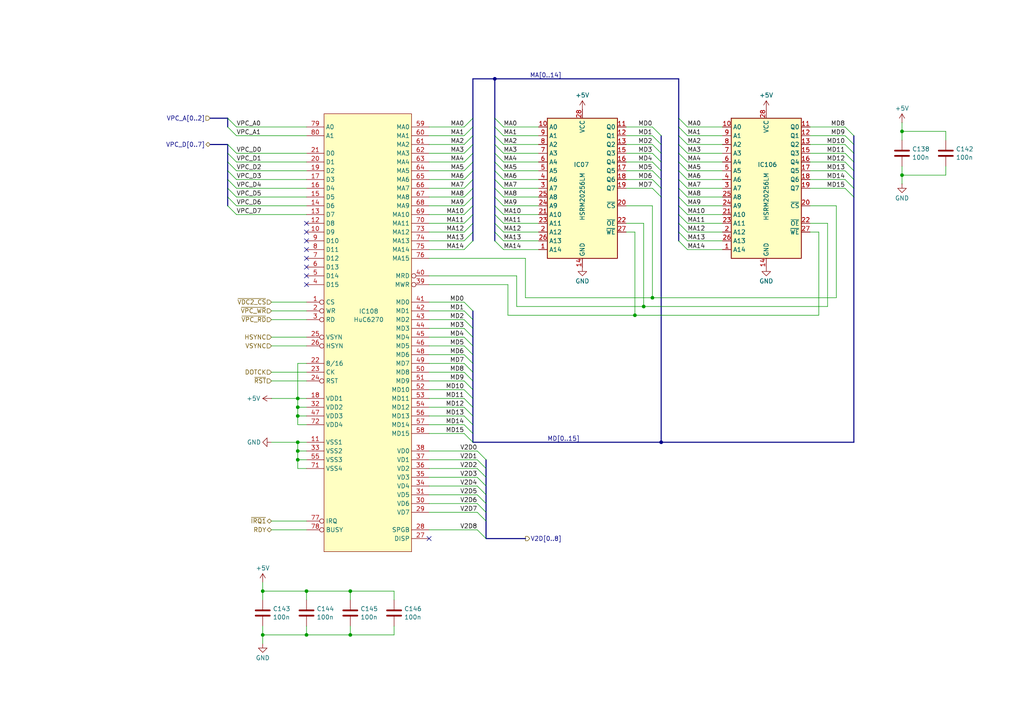
<source format=kicad_sch>
(kicad_sch (version 20231120) (generator "eeschema") (generator_version "8.0")
  (paper "A4")
  (title_block (title "PC-Engine SuperGrafx Schematics") (date "2024-04-18") (rev "0.1") (company "Author: Regis Galland") (comment 1 "Reversed Engineered Schematics from actual PCB"))
  (lib_symbols
    (symbol "Device:C" (pin_numbers hide) (pin_names (offset 0.254))
      (property "Reference" "C" (at 0.635 2.54 0))
      (property "Value" "C" (at 0.635 -2.54 0))
      (symbol "C_0_1"
        (polyline (pts (xy -2.032 -0.762) (xy 2.032 -0.762)) (stroke (width 0.508)))
        (polyline (pts (xy -2.032 0.762) (xy 2.032 0.762)) (stroke (width 0.508)))
      )
      (symbol "C_1_1"
        (pin passive line (at 0 3.81 270) (length 2.794) (name "~") (number "1"))
        (pin passive line (at 0 -3.81 90) (length 2.794) (name "~") (number "2"))
      )
    )
    (symbol "SuperGrafx:HSRM20256LM"
      (property "Reference" "U1" (at 2.1941 24.4645 0))
      (property "Value" "HSRM20256LM" (at 2.1941 22.0402 0))
      (symbol "HSRM20256LM_0_0"
        (pin power_in line (at 0 -22.86 90) (length 2.54) (name "GND") (number "14"))
        (pin power_in line (at 0 22.86 270) (length 2.54) (name "VCC") (number "28"))
      )
      (symbol "HSRM20256LM_0_1"
        (rectangle (start -10.16 20.32) (end 10.16 -20.32) (stroke (width 0.254)) (fill (type background)))
      )
      (symbol "HSRM20256LM_1_1"
        (pin input line (at -12.7 -17.78 0) (length 2.54) (name "A14") (number "1"))
        (pin input line (at -12.7 17.78 0) (length 2.54) (name "A0") (number "10"))
        (pin tri_state line (at 12.7 17.78 180) (length 2.54) (name "Q0") (number "11"))
        (pin tri_state line (at 12.7 15.24 180) (length 2.54) (name "Q1") (number "12"))
        (pin tri_state line (at 12.7 12.7 180) (length 2.54) (name "Q2") (number "13"))
        (pin tri_state line (at 12.7 10.16 180) (length 2.54) (name "Q3") (number "15"))
        (pin tri_state line (at 12.7 7.62 180) (length 2.54) (name "Q4") (number "16"))
        (pin tri_state line (at 12.7 5.08 180) (length 2.54) (name "Q5") (number "17"))
        (pin tri_state line (at 12.7 2.54 180) (length 2.54) (name "Q6") (number "18"))
        (pin tri_state line (at 12.7 0 180) (length 2.54) (name "Q7") (number "19"))
        (pin input line (at -12.7 -12.7 0) (length 2.54) (name "A12") (number "2"))
        (pin input line (at 12.7 -5.08 180) (length 2.54) (name "~{CS}") (number "20"))
        (pin input line (at -12.7 -7.62 0) (length 2.54) (name "A10") (number "21"))
        (pin input line (at 12.7 -10.16 180) (length 2.54) (name "~{OE}") (number "22"))
        (pin input line (at -12.7 -10.16 0) (length 2.54) (name "A11") (number "23"))
        (pin input line (at -12.7 -5.08 0) (length 2.54) (name "A9") (number "24"))
        (pin input line (at -12.7 -2.54 0) (length 2.54) (name "A8") (number "25"))
        (pin input line (at -12.7 -15.24 0) (length 2.54) (name "A13") (number "26"))
        (pin input line (at 12.7 -12.7 180) (length 2.54) (name "~{WE}") (number "27"))
        (pin input line (at -12.7 0 0) (length 2.54) (name "A7") (number "3"))
        (pin input line (at -12.7 2.54 0) (length 2.54) (name "A6") (number "4"))
        (pin input line (at -12.7 5.08 0) (length 2.54) (name "A5") (number "5"))
        (pin input line (at -12.7 7.62 0) (length 2.54) (name "A4") (number "6"))
        (pin input line (at -12.7 10.16 0) (length 2.54) (name "A3") (number "7"))
        (pin input line (at -12.7 12.7 0) (length 2.54) (name "A2") (number "8"))
        (pin input line (at -12.7 15.24 0) (length 2.54) (name "A1") (number "9"))
      )
    )
    (symbol "SuperGrafx:HuC6270"
      (property "Reference" "IC" (at 0 62.23 0))
      (property "Value" "HuC6270" (at 0 7.62 0))
      (symbol "HuC6270_1_1"
        (rectangle (start -12.7 59.69) (end 12.7 -67.31) (fill (type background)))
        (pin input inverted (at -17.78 5.08 0) (length 5.08) (name "CS") (number "1"))
        (pin bidirectional line (at -17.78 25.4 0) (length 5.08) (name "D9") (number "10"))
        (pin input line (at -17.78 -35.56 0) (length 5.08) (name "VSS1") (number "11"))
        (pin bidirectional line (at -17.78 27.94 0) (length 5.08) (name "D8") (number "12"))
        (pin bidirectional line (at -17.78 30.48 0) (length 5.08) (name "D7") (number "13"))
        (pin bidirectional line (at -17.78 33.02 0) (length 5.08) (name "D6") (number "14"))
        (pin bidirectional line (at -17.78 35.56 0) (length 5.08) (name "D5") (number "15"))
        (pin bidirectional line (at -17.78 38.1 0) (length 5.08) (name "D4") (number "16"))
        (pin bidirectional line (at -17.78 40.64 0) (length 5.08) (name "D3") (number "17"))
        (pin power_in line (at -17.78 -22.86 0) (length 5.08) (name "VDD1") (number "18"))
        (pin bidirectional line (at -17.78 43.18 0) (length 5.08) (name "D2") (number "19"))
        (pin input inverted (at -17.78 2.54 0) (length 5.08) (name "WR") (number "2"))
        (pin bidirectional line (at -17.78 45.72 0) (length 5.08) (name "D1") (number "20"))
        (pin bidirectional line (at -17.78 48.26 0) (length 5.08) (name "D0") (number "21"))
        (pin input line (at -17.78 -12.7 0) (length 5.08) (name "8/16") (number "22"))
        (pin input line (at -17.78 -15.24 0) (length 5.08) (name "CK") (number "23"))
        (pin input inverted (at -17.78 -17.78 0) (length 5.08) (name "RST") (number "24"))
        (pin input inverted (at -17.78 -5.08 0) (length 5.08) (name "VSYN") (number "25"))
        (pin input inverted (at -17.78 -7.62 0) (length 5.08) (name "HSYN") (number "26"))
        (pin output line (at 17.78 -63.5 180) (length 5.08) (name "DISP") (number "27"))
        (pin output line (at 17.78 -60.96 180) (length 5.08) (name "SPGB") (number "28"))
        (pin bidirectional line (at 17.78 -55.88 180) (length 5.08) (name "VD7") (number "29"))
        (pin input inverted (at -17.78 0 0) (length 5.08) (name "RD") (number "3"))
        (pin bidirectional line (at 17.78 -53.34 180) (length 5.08) (name "VD6") (number "30"))
        (pin bidirectional line (at 17.78 -50.8 180) (length 5.08) (name "VD5") (number "31"))
        (pin power_in line (at -17.78 -25.4 0) (length 5.08) (name "VDD2") (number "32"))
        (pin input line (at -17.78 -38.1 0) (length 5.08) (name "VSS2") (number "33"))
        (pin bidirectional line (at 17.78 -48.26 180) (length 5.08) (name "VD4") (number "34"))
        (pin bidirectional line (at 17.78 -45.72 180) (length 5.08) (name "VD3") (number "35"))
        (pin bidirectional line (at 17.78 -43.18 180) (length 5.08) (name "VD2") (number "36"))
        (pin bidirectional line (at 17.78 -40.64 180) (length 5.08) (name "VD1") (number "37"))
        (pin bidirectional line (at 17.78 -38.1 180) (length 5.08) (name "VD0") (number "38"))
        (pin output inverted (at 17.78 10.16 180) (length 5.08) (name "MWR") (number "39"))
        (pin bidirectional line (at -17.78 10.16 0) (length 5.08) (name "D15") (number "4"))
        (pin output inverted (at 17.78 12.7 180) (length 5.08) (name "MRD") (number "40"))
        (pin bidirectional line (at 17.78 5.08 180) (length 5.08) (name "MD0") (number "41"))
        (pin bidirectional line (at 17.78 2.54 180) (length 5.08) (name "MD1") (number "42"))
        (pin bidirectional line (at 17.78 0 180) (length 5.08) (name "MD2") (number "43"))
        (pin bidirectional line (at 17.78 -2.54 180) (length 5.08) (name "MD3") (number "44"))
        (pin bidirectional line (at 17.78 -5.08 180) (length 5.08) (name "MD4") (number "45"))
        (pin bidirectional line (at 17.78 -7.62 180) (length 5.08) (name "MD5") (number "46"))
        (pin power_in line (at -17.78 -27.94 0) (length 5.08) (name "VDD3") (number "47"))
        (pin bidirectional line (at 17.78 -10.16 180) (length 5.08) (name "MD6") (number "48"))
        (pin bidirectional line (at 17.78 -12.7 180) (length 5.08) (name "MD7") (number "49"))
        (pin bidirectional line (at -17.78 12.7 0) (length 5.08) (name "D14") (number "5"))
        (pin bidirectional line (at 17.78 -15.24 180) (length 5.08) (name "MD8") (number "50"))
        (pin bidirectional line (at 17.78 -17.78 180) (length 5.08) (name "MD9") (number "51"))
        (pin bidirectional line (at 17.78 -20.32 180) (length 5.08) (name "MD10") (number "52"))
        (pin bidirectional line (at 17.78 -22.86 180) (length 5.08) (name "MD11") (number "53"))
        (pin bidirectional line (at 17.78 -25.4 180) (length 5.08) (name "MD12") (number "54"))
        (pin input line (at -17.78 -40.64 0) (length 5.08) (name "VSS3") (number "55"))
        (pin bidirectional line (at 17.78 -27.94 180) (length 5.08) (name "MD13") (number "56"))
        (pin bidirectional line (at 17.78 -30.48 180) (length 5.08) (name "MD14") (number "57"))
        (pin bidirectional line (at 17.78 -33.02 180) (length 5.08) (name "MD15") (number "58"))
        (pin output line (at 17.78 55.88 180) (length 5.08) (name "MA0") (number "59"))
        (pin bidirectional line (at -17.78 15.24 0) (length 5.08) (name "D13") (number "6"))
        (pin output line (at 17.78 53.34 180) (length 5.08) (name "MA1") (number "60"))
        (pin output line (at 17.78 50.8 180) (length 5.08) (name "MA2") (number "61"))
        (pin output line (at 17.78 48.26 180) (length 5.08) (name "MA3") (number "62"))
        (pin output line (at 17.78 45.72 180) (length 5.08) (name "MA4") (number "63"))
        (pin output line (at 17.78 43.18 180) (length 5.08) (name "MA5") (number "64"))
        (pin output line (at 17.78 40.64 180) (length 5.08) (name "MA6") (number "65"))
        (pin output line (at 17.78 38.1 180) (length 5.08) (name "MA7") (number "66"))
        (pin output line (at 17.78 35.56 180) (length 5.08) (name "MA8") (number "67"))
        (pin output line (at 17.78 33.02 180) (length 5.08) (name "MA9") (number "68"))
        (pin output line (at 17.78 30.48 180) (length 5.08) (name "MA10") (number "69"))
        (pin bidirectional line (at -17.78 17.78 0) (length 5.08) (name "D12") (number "7"))
        (pin output line (at 17.78 27.94 180) (length 5.08) (name "MA11") (number "70"))
        (pin input line (at -17.78 -43.18 0) (length 5.08) (name "VSS4") (number "71"))
        (pin power_in line (at -17.78 -30.48 0) (length 5.08) (name "VDD4") (number "72"))
        (pin output line (at 17.78 25.4 180) (length 5.08) (name "MA12") (number "73"))
        (pin output line (at 17.78 22.86 180) (length 5.08) (name "MA13") (number "74"))
        (pin output line (at 17.78 20.32 180) (length 5.08) (name "MA14") (number "75"))
        (pin output line (at 17.78 17.78 180) (length 5.08) (name "MA15") (number "76"))
        (pin input inverted (at -17.78 -58.42 0) (length 5.08) (name "IRQ") (number "77"))
        (pin input inverted (at -17.78 -60.96 0) (length 5.08) (name "BUSY") (number "78"))
        (pin input line (at -17.78 55.88 0) (length 5.08) (name "A0") (number "79"))
        (pin bidirectional line (at -17.78 20.32 0) (length 5.08) (name "D11") (number "8"))
        (pin input line (at -17.78 53.34 0) (length 5.08) (name "A1") (number "80"))
        (pin bidirectional line (at -17.78 22.86 0) (length 5.08) (name "D10") (number "9"))
      )
    )
    (symbol "power:+5V" (power) (pin_numbers hide) (pin_names (offset 0) hide)
      (property "Value" "+5V" (at 0 3.556 0))
      (symbol "+5V_0_1"
        (polyline (pts (xy -0.762 1.27) (xy 0 2.54)))
        (polyline (pts (xy 0 0) (xy 0 2.54)))
        (polyline (pts (xy 0 2.54) (xy 0.762 1.27)))
      )
      (symbol "+5V_1_1"
        (pin power_in line (at 0 0 90) (length 0) (name "~") (number "1"))
      )
    )
    (symbol "power:GND" (power) (pin_numbers hide) (pin_names (offset 0) hide)
      (property "Value" "GND" (at 0 -3.81 0))
      (symbol "GND_0_1"
        (polyline (pts (xy 0 0) (xy 0 -1.27) (xy 1.27 -1.27) (xy 0 -2.54) (xy -1.27 -1.27) (xy 0 -1.27)))
      )
      (symbol "GND_1_1"
        (pin power_in line (at 0 0 270) (length 0) (name "~") (number "1"))
      )
    )
  )
  (junction (at 184.15 91.44))
  (junction (at 86.36 130.81))
  (junction (at 101.6 171.45))
  (junction (at 88.9 184.15))
  (junction (at 88.9 171.45))
  (junction (at 86.36 120.65))
  (junction (at 186.69 88.9))
  (junction (at 143.51 22.86))
  (junction (at 86.36 115.57))
  (junction (at 101.6 184.15))
  (junction (at 261.62 50.8))
  (junction (at 76.2 171.45))
  (junction (at 76.2 184.15))
  (junction (at 261.62 38.1))
  (junction (at 189.23 86.36))
  (junction (at 86.36 118.11))
  (junction (at 86.36 133.35))
  (junction (at 86.36 128.27))
  (junction (at 191.77 128.27))
  (no_connect (at 88.9 64.77))
  (no_connect (at 88.9 80.01))
  (no_connect (at 88.9 69.85))
  (no_connect (at 124.46 156.21))
  (no_connect (at 88.9 77.47))
  (no_connect (at 88.9 67.31))
  (no_connect (at 88.9 74.93))
  (no_connect (at 88.9 72.39))
  (no_connect (at 88.9 82.55))
  (bus_entry (at 134.62 102.87) (size 2.54 2.54))
  (bus_entry (at 199.39 59.69) (size -2.54 -2.54))
  (bus_entry (at 66.04 54.61) (size 2.54 2.54))
  (bus_entry (at 134.62 123.19) (size 2.54 2.54))
  (bus_entry (at 199.39 41.91) (size -2.54 -2.54))
  (bus_entry (at 199.39 44.45) (size -2.54 -2.54))
  (bus_entry (at 140.97 135.89) (size -2.54 -2.54))
  (bus_entry (at 134.62 49.53) (size 2.54 -2.54))
  (bus_entry (at 134.62 54.61) (size 2.54 -2.54))
  (bus_entry (at 134.62 57.15) (size 2.54 -2.54))
  (bus_entry (at 245.11 44.45) (size 2.54 2.54))
  (bus_entry (at 140.97 140.97) (size -2.54 -2.54))
  (bus_entry (at 189.23 52.07) (size 2.54 2.54))
  (bus_entry (at 66.04 57.15) (size 2.54 2.54))
  (bus_entry (at 68.58 39.37) (size -2.54 -2.54))
  (bus_entry (at 199.39 69.85) (size -2.54 -2.54))
  (bus_entry (at 146.05 52.07) (size -2.54 -2.54))
  (bus_entry (at 134.62 46.99) (size 2.54 -2.54))
  (bus_entry (at 140.97 138.43) (size -2.54 -2.54))
  (bus_entry (at 134.62 105.41) (size 2.54 2.54))
  (bus_entry (at 146.05 49.53) (size -2.54 -2.54))
  (bus_entry (at 189.23 41.91) (size 2.54 2.54))
  (bus_entry (at 146.05 44.45) (size -2.54 -2.54))
  (bus_entry (at 134.62 44.45) (size 2.54 -2.54))
  (bus_entry (at 134.62 69.85) (size 2.54 -2.54))
  (bus_entry (at 245.11 41.91) (size 2.54 2.54))
  (bus_entry (at 134.62 41.91) (size 2.54 -2.54))
  (bus_entry (at 199.39 52.07) (size -2.54 -2.54))
  (bus_entry (at 134.62 36.83) (size 2.54 -2.54))
  (bus_entry (at 189.23 36.83) (size 2.54 2.54))
  (bus_entry (at 189.23 39.37) (size 2.54 2.54))
  (bus_entry (at 134.62 115.57) (size 2.54 2.54))
  (bus_entry (at 146.05 59.69) (size -2.54 -2.54))
  (bus_entry (at 134.62 92.71) (size 2.54 2.54))
  (bus_entry (at 189.23 44.45) (size 2.54 2.54))
  (bus_entry (at 146.05 62.23) (size -2.54 -2.54))
  (bus_entry (at 134.62 64.77) (size 2.54 -2.54))
  (bus_entry (at 199.39 57.15) (size -2.54 -2.54))
  (bus_entry (at 134.62 110.49) (size 2.54 2.54))
  (bus_entry (at 134.62 59.69) (size 2.54 -2.54))
  (bus_entry (at 140.97 148.59) (size -2.54 -2.54))
  (bus_entry (at 66.04 52.07) (size 2.54 2.54))
  (bus_entry (at 245.11 54.61) (size 2.54 2.54))
  (bus_entry (at 146.05 69.85) (size -2.54 -2.54))
  (bus_entry (at 199.39 62.23) (size -2.54 -2.54))
  (bus_entry (at 245.11 39.37) (size 2.54 2.54))
  (bus_entry (at 199.39 49.53) (size -2.54 -2.54))
  (bus_entry (at 140.97 133.35) (size -2.54 -2.54))
  (bus_entry (at 66.04 44.45) (size 2.54 2.54))
  (bus_entry (at 134.62 62.23) (size 2.54 -2.54))
  (bus_entry (at 189.23 46.99) (size 2.54 2.54))
  (bus_entry (at 134.62 113.03) (size 2.54 2.54))
  (bus_entry (at 134.62 95.25) (size 2.54 2.54))
  (bus_entry (at 134.62 72.39) (size 2.54 -2.54))
  (bus_entry (at 199.39 67.31) (size -2.54 -2.54))
  (bus_entry (at 199.39 72.39) (size -2.54 -2.54))
  (bus_entry (at 134.62 90.17) (size 2.54 2.54))
  (bus_entry (at 245.11 36.83) (size 2.54 2.54))
  (bus_entry (at 140.97 143.51) (size -2.54 -2.54))
  (bus_entry (at 140.97 156.21) (size -2.54 -2.54))
  (bus_entry (at 140.97 146.05) (size -2.54 -2.54))
  (bus_entry (at 146.05 64.77) (size -2.54 -2.54))
  (bus_entry (at 245.11 52.07) (size 2.54 2.54))
  (bus_entry (at 134.62 87.63) (size 2.54 2.54))
  (bus_entry (at 134.62 39.37) (size 2.54 -2.54))
  (bus_entry (at 189.23 49.53) (size 2.54 2.54))
  (bus_entry (at 199.39 64.77) (size -2.54 -2.54))
  (bus_entry (at 199.39 36.83) (size -2.54 -2.54))
  (bus_entry (at 134.62 118.11) (size 2.54 2.54))
  (bus_entry (at 134.62 107.95) (size 2.54 2.54))
  (bus_entry (at 146.05 39.37) (size -2.54 -2.54))
  (bus_entry (at 189.23 54.61) (size 2.54 2.54))
  (bus_entry (at 134.62 52.07) (size 2.54 -2.54))
  (bus_entry (at 199.39 46.99) (size -2.54 -2.54))
  (bus_entry (at 199.39 39.37) (size -2.54 -2.54))
  (bus_entry (at 66.04 59.69) (size 2.54 2.54))
  (bus_entry (at 134.62 120.65) (size 2.54 2.54))
  (bus_entry (at 245.11 49.53) (size 2.54 2.54))
  (bus_entry (at 140.97 151.13) (size -2.54 -2.54))
  (bus_entry (at 146.05 72.39) (size -2.54 -2.54))
  (bus_entry (at 146.05 57.15) (size -2.54 -2.54))
  (bus_entry (at 199.39 54.61) (size -2.54 -2.54))
  (bus_entry (at 134.62 97.79) (size 2.54 2.54))
  (bus_entry (at 66.04 49.53) (size 2.54 2.54))
  (bus_entry (at 245.11 46.99) (size 2.54 2.54))
  (bus_entry (at 146.05 46.99) (size -2.54 -2.54))
  (bus_entry (at 146.05 36.83) (size -2.54 -2.54))
  (bus_entry (at 134.62 67.31) (size 2.54 -2.54))
  (bus_entry (at 66.04 46.99) (size 2.54 2.54))
  (bus_entry (at 134.62 125.73) (size 2.54 2.54))
  (bus_entry (at 66.04 41.91) (size 2.54 2.54))
  (bus_entry (at 146.05 41.91) (size -2.54 -2.54))
  (bus_entry (at 68.58 36.83) (size -2.54 -2.54))
  (bus_entry (at 134.62 100.33) (size 2.54 2.54))
  (bus_entry (at 146.05 67.31) (size -2.54 -2.54))
  (bus_entry (at 146.05 54.61) (size -2.54 -2.54))
  (wire (pts (xy 134.62 59.69) (xy 124.46 59.69)))
  (bus (pts (xy 60.96 34.29) (xy 66.04 34.29)))
  (wire (pts (xy 199.39 49.53) (xy 209.55 49.53)))
  (wire (pts (xy 134.62 72.39) (xy 124.46 72.39)))
  (wire (pts (xy 68.58 46.99) (xy 88.9 46.99)))
  (bus (pts (xy 137.16 115.57) (xy 137.16 118.11)))
  (bus (pts (xy 137.16 95.25) (xy 137.16 97.79)))
  (wire (pts (xy 76.2 171.45) (xy 76.2 173.99)))
  (bus (pts (xy 137.16 118.11) (xy 137.16 120.65)))
  (wire (pts (xy 146.05 44.45) (xy 156.21 44.45)))
  (wire (pts (xy 78.74 90.17) (xy 88.9 90.17)))
  (wire (pts (xy 78.74 151.13) (xy 88.9 151.13)))
  (bus (pts (xy 143.51 41.91) (xy 143.51 44.45)))
  (bus (pts (xy 137.16 90.17) (xy 137.16 92.71)))
  (wire (pts (xy 76.2 171.45) (xy 88.9 171.45)))
  (bus (pts (xy 143.51 46.99) (xy 143.51 49.53)))
  (wire (pts (xy 88.9 118.11) (xy 86.36 118.11)))
  (wire (pts (xy 147.32 91.44) (xy 184.15 91.44)))
  (wire (pts (xy 124.46 153.67) (xy 138.43 153.67)))
  (wire (pts (xy 68.58 59.69) (xy 88.9 59.69)))
  (wire (pts (xy 149.86 80.01) (xy 149.86 88.9)))
  (wire (pts (xy 88.9 123.19) (xy 86.36 123.19)))
  (bus (pts (xy 196.85 34.29) (xy 196.85 36.83)))
  (wire (pts (xy 261.62 35.56) (xy 261.62 38.1)))
  (wire (pts (xy 134.62 67.31) (xy 124.46 67.31)))
  (wire (pts (xy 134.62 87.63) (xy 124.46 87.63)))
  (wire (pts (xy 146.05 36.83) (xy 156.21 36.83)))
  (wire (pts (xy 86.36 105.41) (xy 86.36 115.57)))
  (bus (pts (xy 66.04 36.83) (xy 66.04 34.29)))
  (wire (pts (xy 101.6 171.45) (xy 101.6 173.99)))
  (bus (pts (xy 137.16 123.19) (xy 137.16 125.73)))
  (wire (pts (xy 86.36 128.27) (xy 78.74 128.27)))
  (bus (pts (xy 143.51 67.31) (xy 143.51 69.85)))
  (wire (pts (xy 234.95 64.77) (xy 240.03 64.77)))
  (bus (pts (xy 140.97 146.05) (xy 140.97 148.59)))
  (wire (pts (xy 86.36 130.81) (xy 86.36 128.27)))
  (bus (pts (xy 66.04 46.99) (xy 66.04 44.45)))
  (bus (pts (xy 191.77 44.45) (xy 191.77 46.99)))
  (bus (pts (xy 137.16 107.95) (xy 137.16 110.49)))
  (bus (pts (xy 137.16 105.41) (xy 137.16 107.95)))
  (wire (pts (xy 245.11 49.53) (xy 234.95 49.53)))
  (wire (pts (xy 261.62 50.8) (xy 274.32 50.8)))
  (wire (pts (xy 189.23 52.07) (xy 181.61 52.07)))
  (wire (pts (xy 189.23 59.69) (xy 181.61 59.69)))
  (wire (pts (xy 138.43 130.81) (xy 124.46 130.81)))
  (bus (pts (xy 247.65 49.53) (xy 247.65 52.07)))
  (wire (pts (xy 78.74 153.67) (xy 88.9 153.67)))
  (wire (pts (xy 184.15 67.31) (xy 181.61 67.31)))
  (bus (pts (xy 143.51 59.69) (xy 143.51 62.23)))
  (wire (pts (xy 245.11 41.91) (xy 234.95 41.91)))
  (wire (pts (xy 186.69 88.9) (xy 186.69 64.77)))
  (bus (pts (xy 140.97 143.51) (xy 140.97 146.05)))
  (wire (pts (xy 134.62 39.37) (xy 124.46 39.37)))
  (wire (pts (xy 199.39 39.37) (xy 209.55 39.37)))
  (bus (pts (xy 137.16 110.49) (xy 137.16 113.03)))
  (wire (pts (xy 134.62 118.11) (xy 124.46 118.11)))
  (wire (pts (xy 138.43 143.51) (xy 124.46 143.51)))
  (bus (pts (xy 247.65 44.45) (xy 247.65 46.99)))
  (wire (pts (xy 88.9 128.27) (xy 86.36 128.27)))
  (wire (pts (xy 146.05 46.99) (xy 156.21 46.99)))
  (bus (pts (xy 140.97 140.97) (xy 140.97 143.51)))
  (bus (pts (xy 137.16 97.79) (xy 137.16 100.33)))
  (bus (pts (xy 137.16 69.85) (xy 137.16 67.31)))
  (bus (pts (xy 196.85 39.37) (xy 196.85 41.91)))
  (bus (pts (xy 143.51 22.86) (xy 196.85 22.86)))
  (wire (pts (xy 184.15 91.44) (xy 184.15 67.31)))
  (wire (pts (xy 134.62 62.23) (xy 124.46 62.23)))
  (bus (pts (xy 196.85 22.86) (xy 196.85 34.29)))
  (wire (pts (xy 149.86 88.9) (xy 186.69 88.9)))
  (wire (pts (xy 199.39 54.61) (xy 209.55 54.61)))
  (wire (pts (xy 199.39 62.23) (xy 209.55 62.23)))
  (wire (pts (xy 86.36 123.19) (xy 86.36 120.65)))
  (wire (pts (xy 237.49 67.31) (xy 234.95 67.31)))
  (bus (pts (xy 140.97 138.43) (xy 140.97 140.97)))
  (wire (pts (xy 186.69 64.77) (xy 181.61 64.77)))
  (bus (pts (xy 143.51 39.37) (xy 143.51 41.91)))
  (wire (pts (xy 88.9 184.15) (xy 88.9 181.61)))
  (bus (pts (xy 143.51 54.61) (xy 143.51 57.15)))
  (wire (pts (xy 199.39 57.15) (xy 209.55 57.15)))
  (wire (pts (xy 189.23 54.61) (xy 181.61 54.61)))
  (wire (pts (xy 134.62 49.53) (xy 124.46 49.53)))
  (bus (pts (xy 66.04 54.61) (xy 66.04 52.07)))
  (bus (pts (xy 191.77 39.37) (xy 191.77 41.91)))
  (wire (pts (xy 240.03 88.9) (xy 186.69 88.9)))
  (wire (pts (xy 88.9 120.65) (xy 86.36 120.65)))
  (wire (pts (xy 68.58 49.53) (xy 88.9 49.53)))
  (wire (pts (xy 146.05 62.23) (xy 156.21 62.23)))
  (bus (pts (xy 143.51 57.15) (xy 143.51 59.69)))
  (wire (pts (xy 88.9 130.81) (xy 86.36 130.81)))
  (wire (pts (xy 68.58 39.37) (xy 88.9 39.37)))
  (wire (pts (xy 189.23 46.99) (xy 181.61 46.99)))
  (bus (pts (xy 137.16 52.07) (xy 137.16 49.53)))
  (wire (pts (xy 189.23 36.83) (xy 181.61 36.83)))
  (bus (pts (xy 196.85 44.45) (xy 196.85 46.99)))
  (wire (pts (xy 114.3 184.15) (xy 114.3 181.61)))
  (wire (pts (xy 134.62 97.79) (xy 124.46 97.79)))
  (bus (pts (xy 137.16 41.91) (xy 137.16 39.37)))
  (wire (pts (xy 138.43 138.43) (xy 124.46 138.43)))
  (wire (pts (xy 274.32 50.8) (xy 274.32 48.26)))
  (bus (pts (xy 191.77 41.91) (xy 191.77 44.45)))
  (wire (pts (xy 101.6 171.45) (xy 114.3 171.45)))
  (wire (pts (xy 152.4 86.36) (xy 189.23 86.36)))
  (wire (pts (xy 199.39 36.83) (xy 209.55 36.83)))
  (bus (pts (xy 137.16 102.87) (xy 137.16 105.41)))
  (wire (pts (xy 134.62 123.19) (xy 124.46 123.19)))
  (wire (pts (xy 134.62 113.03) (xy 124.46 113.03)))
  (wire (pts (xy 234.95 59.69) (xy 242.57 59.69)))
  (wire (pts (xy 68.58 57.15) (xy 88.9 57.15)))
  (bus (pts (xy 191.77 46.99) (xy 191.77 49.53)))
  (bus (pts (xy 137.16 54.61) (xy 137.16 52.07)))
  (wire (pts (xy 261.62 40.64) (xy 261.62 38.1)))
  (wire (pts (xy 189.23 86.36) (xy 189.23 59.69)))
  (wire (pts (xy 88.9 133.35) (xy 86.36 133.35)))
  (bus (pts (xy 137.16 34.29) (xy 137.16 22.86)))
  (bus (pts (xy 137.16 36.83) (xy 137.16 34.29)))
  (bus (pts (xy 143.51 64.77) (xy 143.51 67.31)))
  (bus (pts (xy 247.65 57.15) (xy 247.65 128.27)))
  (bus (pts (xy 143.51 44.45) (xy 143.51 46.99)))
  (wire (pts (xy 78.74 92.71) (xy 88.9 92.71)))
  (wire (pts (xy 138.43 133.35) (xy 124.46 133.35)))
  (wire (pts (xy 134.62 36.83) (xy 124.46 36.83)))
  (wire (pts (xy 134.62 92.71) (xy 124.46 92.71)))
  (wire (pts (xy 245.11 54.61) (xy 234.95 54.61)))
  (wire (pts (xy 261.62 38.1) (xy 274.32 38.1)))
  (wire (pts (xy 199.39 44.45) (xy 209.55 44.45)))
  (bus (pts (xy 196.85 59.69) (xy 196.85 62.23)))
  (wire (pts (xy 134.62 120.65) (xy 124.46 120.65)))
  (wire (pts (xy 88.9 105.41) (xy 86.36 105.41)))
  (wire (pts (xy 199.39 64.77) (xy 209.55 64.77)))
  (bus (pts (xy 137.16 49.53) (xy 137.16 46.99)))
  (wire (pts (xy 146.05 67.31) (xy 156.21 67.31)))
  (wire (pts (xy 242.57 59.69) (xy 242.57 86.36)))
  (wire (pts (xy 68.58 52.07) (xy 88.9 52.07)))
  (wire (pts (xy 68.58 54.61) (xy 88.9 54.61)))
  (wire (pts (xy 134.62 64.77) (xy 124.46 64.77)))
  (wire (pts (xy 146.05 52.07) (xy 156.21 52.07)))
  (wire (pts (xy 76.2 168.91) (xy 76.2 171.45)))
  (bus (pts (xy 140.97 148.59) (xy 140.97 151.13)))
  (bus (pts (xy 137.16 59.69) (xy 137.16 57.15)))
  (bus (pts (xy 137.16 44.45) (xy 137.16 41.91)))
  (bus (pts (xy 137.16 67.31) (xy 137.16 64.77)))
  (bus (pts (xy 143.51 34.29) (xy 143.51 36.83)))
  (wire (pts (xy 146.05 72.39) (xy 156.21 72.39)))
  (wire (pts (xy 86.36 118.11) (xy 86.36 115.57)))
  (wire (pts (xy 124.46 74.93) (xy 152.4 74.93)))
  (wire (pts (xy 76.2 184.15) (xy 88.9 184.15)))
  (wire (pts (xy 274.32 38.1) (xy 274.32 40.64)))
  (wire (pts (xy 261.62 48.26) (xy 261.62 50.8)))
  (bus (pts (xy 191.77 52.07) (xy 191.77 54.61)))
  (bus (pts (xy 196.85 46.99) (xy 196.85 49.53)))
  (wire (pts (xy 134.62 69.85) (xy 124.46 69.85)))
  (wire (pts (xy 199.39 52.07) (xy 209.55 52.07)))
  (wire (pts (xy 138.43 135.89) (xy 124.46 135.89)))
  (wire (pts (xy 189.23 41.91) (xy 181.61 41.91)))
  (bus (pts (xy 247.65 52.07) (xy 247.65 54.61)))
  (bus (pts (xy 143.51 62.23) (xy 143.51 64.77)))
  (bus (pts (xy 137.16 57.15) (xy 137.16 54.61)))
  (wire (pts (xy 134.62 110.49) (xy 124.46 110.49)))
  (bus (pts (xy 196.85 41.91) (xy 196.85 44.45)))
  (wire (pts (xy 242.57 86.36) (xy 189.23 86.36)))
  (wire (pts (xy 138.43 140.97) (xy 124.46 140.97)))
  (bus (pts (xy 66.04 44.45) (xy 66.04 41.91)))
  (wire (pts (xy 189.23 44.45) (xy 181.61 44.45)))
  (bus (pts (xy 137.16 125.73) (xy 137.16 128.27)))
  (wire (pts (xy 134.62 54.61) (xy 124.46 54.61)))
  (wire (pts (xy 78.74 87.63) (xy 88.9 87.63)))
  (bus (pts (xy 196.85 64.77) (xy 196.85 67.31)))
  (bus (pts (xy 196.85 57.15) (xy 196.85 59.69)))
  (wire (pts (xy 134.62 46.99) (xy 124.46 46.99)))
  (bus (pts (xy 66.04 41.91) (xy 60.96 41.91)))
  (bus (pts (xy 137.16 113.03) (xy 137.16 115.57)))
  (bus (pts (xy 247.65 39.37) (xy 247.65 41.91)))
  (bus (pts (xy 66.04 49.53) (xy 66.04 46.99)))
  (wire (pts (xy 199.39 67.31) (xy 209.55 67.31)))
  (bus (pts (xy 191.77 128.27) (xy 247.65 128.27)))
  (bus (pts (xy 137.16 22.86) (xy 143.51 22.86)))
  (wire (pts (xy 184.15 91.44) (xy 237.49 91.44)))
  (bus (pts (xy 137.16 62.23) (xy 137.16 59.69)))
  (wire (pts (xy 124.46 82.55) (xy 147.32 82.55)))
  (wire (pts (xy 152.4 74.93) (xy 152.4 86.36)))
  (bus (pts (xy 140.97 135.89) (xy 140.97 138.43)))
  (bus (pts (xy 143.51 52.07) (xy 143.51 54.61)))
  (wire (pts (xy 68.58 36.83) (xy 88.9 36.83)))
  (wire (pts (xy 245.11 44.45) (xy 234.95 44.45)))
  (wire (pts (xy 134.62 125.73) (xy 124.46 125.73)))
  (bus (pts (xy 247.65 54.61) (xy 247.65 57.15)))
  (wire (pts (xy 146.05 69.85) (xy 156.21 69.85)))
  (wire (pts (xy 134.62 102.87) (xy 124.46 102.87)))
  (wire (pts (xy 76.2 186.69) (xy 76.2 184.15)))
  (wire (pts (xy 88.9 97.79) (xy 78.74 97.79)))
  (bus (pts (xy 143.51 22.86) (xy 143.51 34.29)))
  (wire (pts (xy 86.36 135.89) (xy 86.36 133.35)))
  (wire (pts (xy 147.32 82.55) (xy 147.32 91.44)))
  (wire (pts (xy 124.46 80.01) (xy 149.86 80.01)))
  (wire (pts (xy 199.39 59.69) (xy 209.55 59.69)))
  (wire (pts (xy 88.9 135.89) (xy 86.36 135.89)))
  (wire (pts (xy 199.39 46.99) (xy 209.55 46.99)))
  (wire (pts (xy 86.36 115.57) (xy 78.74 115.57)))
  (wire (pts (xy 68.58 44.45) (xy 88.9 44.45)))
  (wire (pts (xy 86.36 120.65) (xy 86.36 118.11)))
  (wire (pts (xy 88.9 100.33) (xy 78.74 100.33)))
  (wire (pts (xy 86.36 133.35) (xy 86.36 130.81)))
  (bus (pts (xy 143.51 49.53) (xy 143.51 52.07)))
  (bus (pts (xy 196.85 49.53) (xy 196.85 52.07)))
  (wire (pts (xy 76.2 184.15) (xy 76.2 181.61)))
  (wire (pts (xy 146.05 57.15) (xy 156.21 57.15)))
  (wire (pts (xy 134.62 107.95) (xy 124.46 107.95)))
  (wire (pts (xy 88.9 171.45) (xy 88.9 173.99)))
  (wire (pts (xy 134.62 100.33) (xy 124.46 100.33)))
  (bus (pts (xy 140.97 133.35) (xy 140.97 135.89)))
  (bus (pts (xy 247.65 41.91) (xy 247.65 44.45)))
  (bus (pts (xy 137.16 92.71) (xy 137.16 95.25)))
  (wire (pts (xy 78.74 110.49) (xy 88.9 110.49)))
  (wire (pts (xy 134.62 52.07) (xy 124.46 52.07)))
  (wire (pts (xy 189.23 49.53) (xy 181.61 49.53)))
  (bus (pts (xy 140.97 151.13) (xy 140.97 156.21)))
  (wire (pts (xy 146.05 39.37) (xy 156.21 39.37)))
  (wire (pts (xy 245.11 46.99) (xy 234.95 46.99)))
  (wire (pts (xy 134.62 105.41) (xy 124.46 105.41)))
  (wire (pts (xy 88.9 107.95) (xy 78.74 107.95)))
  (bus (pts (xy 196.85 36.83) (xy 196.85 39.37)))
  (wire (pts (xy 146.05 54.61) (xy 156.21 54.61)))
  (bus (pts (xy 196.85 54.61) (xy 196.85 57.15)))
  (wire (pts (xy 199.39 41.91) (xy 209.55 41.91)))
  (wire (pts (xy 138.43 146.05) (xy 124.46 146.05)))
  (wire (pts (xy 237.49 91.44) (xy 237.49 67.31)))
  (wire (pts (xy 199.39 72.39) (xy 209.55 72.39)))
  (bus (pts (xy 137.16 39.37) (xy 137.16 36.83)))
  (wire (pts (xy 189.23 39.37) (xy 181.61 39.37)))
  (wire (pts (xy 68.58 62.23) (xy 88.9 62.23)))
  (wire (pts (xy 101.6 184.15) (xy 114.3 184.15)))
  (bus (pts (xy 191.77 49.53) (xy 191.77 52.07)))
  (wire (pts (xy 245.11 39.37) (xy 234.95 39.37)))
  (bus (pts (xy 137.16 100.33) (xy 137.16 102.87)))
  (bus (pts (xy 66.04 52.07) (xy 66.04 49.53)))
  (bus (pts (xy 137.16 128.27) (xy 191.77 128.27)))
  (wire (pts (xy 134.62 57.15) (xy 124.46 57.15)))
  (wire (pts (xy 134.62 90.17) (xy 124.46 90.17)))
  (bus (pts (xy 137.16 64.77) (xy 137.16 62.23)))
  (bus (pts (xy 196.85 52.07) (xy 196.85 54.61)))
  (wire (pts (xy 146.05 49.53) (xy 156.21 49.53)))
  (wire (pts (xy 138.43 148.59) (xy 124.46 148.59)))
  (wire (pts (xy 134.62 95.25) (xy 124.46 95.25)))
  (bus (pts (xy 143.51 36.83) (xy 143.51 39.37)))
  (bus (pts (xy 191.77 57.15) (xy 191.77 128.27)))
  (wire (pts (xy 134.62 41.91) (xy 124.46 41.91)))
  (bus (pts (xy 196.85 67.31) (xy 196.85 69.85)))
  (wire (pts (xy 240.03 64.77) (xy 240.03 88.9)))
  (wire (pts (xy 245.11 36.83) (xy 234.95 36.83)))
  (wire (pts (xy 101.6 184.15) (xy 101.6 181.61)))
  (bus (pts (xy 66.04 57.15) (xy 66.04 54.61)))
  (wire (pts (xy 88.9 171.45) (xy 101.6 171.45)))
  (bus (pts (xy 137.16 46.99) (xy 137.16 44.45)))
  (wire (pts (xy 114.3 171.45) (xy 114.3 173.99)))
  (wire (pts (xy 199.39 69.85) (xy 209.55 69.85)))
  (wire (pts (xy 146.05 59.69) (xy 156.21 59.69)))
  (wire (pts (xy 261.62 53.34) (xy 261.62 50.8)))
  (wire (pts (xy 245.11 52.07) (xy 234.95 52.07)))
  (wire (pts (xy 134.62 44.45) (xy 124.46 44.45)))
  (wire (pts (xy 146.05 64.77) (xy 156.21 64.77)))
  (wire (pts (xy 146.05 41.91) (xy 156.21 41.91)))
  (wire (pts (xy 88.9 184.15) (xy 101.6 184.15)))
  (bus (pts (xy 140.97 156.21) (xy 152.4 156.21)))
  (wire (pts (xy 88.9 115.57) (xy 86.36 115.57)))
  (bus (pts (xy 191.77 54.61) (xy 191.77 57.15)))
  (bus (pts (xy 196.85 62.23) (xy 196.85 64.77)))
  (bus (pts (xy 137.16 120.65) (xy 137.16 123.19)))
  (wire (pts (xy 134.62 115.57) (xy 124.46 115.57)))
  (bus (pts (xy 66.04 59.69) (xy 66.04 57.15)))
  (bus (pts (xy 247.65 46.99) (xy 247.65 49.53)))
  (label "MA10" (at 199.39 62.23 0))
  (label "MD3" (at 189.23 44.45 180))
  (label "MD8" (at 134.62 107.95 180))
  (label "MD3" (at 134.62 95.25 180))
  (label "MA1" (at 146.05 39.37 0))
  (label "MA1" (at 199.39 39.37 0))
  (label "MA13" (at 134.62 69.85 180))
  (label "V2D7" (at 138.43 148.59 180))
  (label "MA12" (at 146.05 67.31 0))
  (label "V2D4" (at 138.43 140.97 180))
  (label "VPC_D5" (at 68.58 57.15 0))
  (label "MA1" (at 134.62 39.37 180))
  (label "MA7" (at 146.05 54.61 0))
  (label "VPC_D7" (at 68.58 62.23 0))
  (label "MD8" (at 245.11 36.83 180))
  (label "MD11" (at 134.62 115.57 180))
  (label "MA6" (at 134.62 52.07 180))
  (label "MA5" (at 146.05 49.53 0))
  (label "MA8" (at 134.62 57.15 180))
  (label "MD4" (at 134.62 97.79 180))
  (label "MD0" (at 189.23 36.83 180))
  (label "MD6" (at 189.23 52.07 180))
  (label "MA[0..14]" (at 153.67 22.86 0))
  (label "MD9" (at 134.62 110.49 180))
  (label "MD5" (at 189.23 49.53 180))
  (label "VPC_D0" (at 68.58 44.45 0))
  (label "VPC_D6" (at 68.58 59.69 0))
  (label "MA9" (at 134.62 59.69 180))
  (label "MA2" (at 146.05 41.91 0))
  (label "MA4" (at 146.05 46.99 0))
  (label "MA4" (at 199.39 46.99 0))
  (label "MA0" (at 199.39 36.83 0))
  (label "MA0" (at 146.05 36.83 0))
  (label "MA3" (at 146.05 44.45 0))
  (label "MD14" (at 134.62 123.19 180))
  (label "VPC_D1" (at 68.58 46.99 0))
  (label "V2D3" (at 138.43 138.43 180))
  (label "MA8" (at 146.05 57.15 0))
  (label "MD5" (at 134.62 100.33 180))
  (label "MD0" (at 134.62 87.63 180))
  (label "MA3" (at 134.62 44.45 180))
  (label "MD1" (at 134.62 90.17 180))
  (label "MA10" (at 146.05 62.23 0))
  (label "MA0" (at 134.62 36.83 180))
  (label "V2D8" (at 138.43 153.67 180))
  (label "MA8" (at 199.39 57.15 0))
  (label "V2D2" (at 138.43 135.89 180))
  (label "MA14" (at 134.62 72.39 180))
  (label "MA12" (at 134.62 67.31 180))
  (label "MA13" (at 199.39 69.85 0))
  (label "V2D0" (at 138.43 130.81 180))
  (label "VPC_D4" (at 68.58 54.61 0))
  (label "MA13" (at 146.05 69.85 0))
  (label "MD9" (at 245.11 39.37 180))
  (label "VPC_D2" (at 68.58 49.53 0))
  (label "MD1" (at 189.23 39.37 180))
  (label "MA11" (at 199.39 64.77 0))
  (label "MA3" (at 199.39 44.45 0))
  (label "MA5" (at 199.39 49.53 0))
  (label "VPC_A0" (at 68.58 36.83 0))
  (label "MD13" (at 245.11 49.53 180))
  (label "MA2" (at 134.62 41.91 180))
  (label "MD2" (at 134.62 92.71 180))
  (label "MA11" (at 146.05 64.77 0))
  (label "MD12" (at 134.62 118.11 180))
  (label "MD15" (at 245.11 54.61 180))
  (label "MD4" (at 189.23 46.99 180))
  (label "MD14" (at 245.11 52.07 180))
  (label "MD12" (at 245.11 46.99 180))
  (label "MA14" (at 146.05 72.39 0))
  (label "MD[0..15]" (at 158.75 128.27 0))
  (label "VPC_D3" (at 68.58 52.07 0))
  (label "MA12" (at 199.39 67.31 0))
  (label "MD15" (at 134.62 125.73 180))
  (label "MA6" (at 146.05 52.07 0))
  (label "MD7" (at 189.23 54.61 180))
  (label "V2D5" (at 138.43 143.51 180))
  (label "MA10" (at 134.62 62.23 180))
  (label "MA6" (at 199.39 52.07 0))
  (label "MA5" (at 134.62 49.53 180))
  (label "MA9" (at 199.39 59.69 0))
  (label "MD11" (at 245.11 44.45 180))
  (label "MD2" (at 189.23 41.91 180))
  (label "MA7" (at 199.39 54.61 0))
  (label "MD10" (at 245.11 41.91 180))
  (label "V2D6" (at 138.43 146.05 180))
  (label "VPC_A1" (at 68.58 39.37 0))
  (label "MD13" (at 134.62 120.65 180))
  (label "MA9" (at 146.05 59.69 0))
  (label "MD6" (at 134.62 102.87 180))
  (label "MA7" (at 134.62 54.61 180))
  (label "MA14" (at 199.39 72.39 0))
  (label "MD10" (at 134.62 113.03 180))
  (label "V2D1" (at 138.43 133.35 180))
  (label "MA2" (at 199.39 41.91 0))
  (label "MA11" (at 134.62 64.77 180))
  (label "MA4" (at 134.62 46.99 180))
  (label "MD7" (at 134.62 105.41 180))
  (hierarchical_label "RDY" (shape tri_state) (at 78.74 153.67 180))
  (hierarchical_label "V2D[0..8]" (shape output) (at 152.4 156.21 0))
  (hierarchical_label "VPC_D[0..7]" (shape bidirectional) (at 60.96 41.91 180))
  (hierarchical_label "~{VPC_RD}" (shape input) (at 78.74 92.71 180))
  (hierarchical_label "~{VPC_WR}" (shape input) (at 78.74 90.17 180))
  (hierarchical_label "HSYNC" (shape input) (at 78.74 97.79 180))
  (hierarchical_label "VSYNC" (shape input) (at 78.74 100.33 180))
  (hierarchical_label "~{VDC2_CS}" (shape input) (at 78.74 87.63 180))
  (hierarchical_label "~{RST}" (shape input) (at 78.74 110.49 180))
  (hierarchical_label "DOTCK" (shape input) (at 78.74 107.95 180))
  (hierarchical_label "~{IRQ1}" (shape tri_state) (at 78.74 151.13 180))
  (hierarchical_label "VPC_A[0..2]" (shape input) (at 60.96 34.29 180))
  (symbol (lib_id "Device:C") (at 274.32 44.45 0) (unit 1)
    (property "Reference" "C142" (at 277.241 43.2378 0) (effects (justify left)))
    (property "Value" "100n" (at 277.241 45.6621 0) (effects (justify left)))
    (property "Description" "Unpolarized capacitor" (effects (hide yes)))
  )
  (symbol (lib_id "power:+5V") (at 261.62 35.56 0) (mirror y) (unit 1)
    (property "Reference" "#PWR056" (effects (hide yes)))
    (property "Value" "+5V" (at 261.62 31.4269 0))
    (property "Description" "Power symbol creates a global label with name \"+5V\"" (effects (hide yes)))
  )
  (symbol (lib_id "Device:C") (at 261.62 44.45 0) (unit 1)
    (property "Reference" "C138" (at 264.541 43.2378 0) (effects (justify left)))
    (property "Value" "100n" (at 264.541 45.6621 0) (effects (justify left)))
    (property "Description" "Unpolarized capacitor" (effects (hide yes)))
  )
  (symbol (lib_id "Device:C") (at 88.9 177.8 0) (unit 1)
    (property "Reference" "C144" (at 91.821 176.5878 0) (effects (justify left)))
    (property "Value" "100n" (at 91.821 179.0121 0) (effects (justify left)))
    (property "Description" "Unpolarized capacitor" (effects (hide yes)))
  )
  (symbol (lib_id "power:+5V") (at 78.74 115.57 90) (unit 1)
    (property "Reference" "#PWR0157" (effects (hide yes)))
    (property "Value" "+5V" (at 75.5651 115.57 90) (effects (justify left)))
    (property "Description" "Power symbol creates a global label with name \"+5V\"" (effects (hide yes)))
  )
  (symbol (lib_id "power:+5V") (at 76.2 168.91 0) (mirror y) (unit 1)
    (property "Reference" "#PWR0159" (effects (hide yes)))
    (property "Value" "+5V" (at 76.2 164.7769 0))
    (property "Description" "Power symbol creates a global label with name \"+5V\"" (effects (hide yes)))
  )
  (symbol (lib_id "power:+5V") (at 168.91 31.75 0) (unit 1)
    (property "Reference" "#PWR054" (effects (hide yes)))
    (property "Value" "+5V" (at 168.91 27.6169 0))
    (property "Description" "Power symbol creates a global label with name \"+5V\"" (effects (hide yes)))
  )
  (symbol (lib_id "SuperGrafx:HSRM20256LM") (at 168.91 54.61 0) (unit 1)
    (property "Reference" "IC07" (at 166.37 47.752 0) (effects (justify left)))
    (property "Value" "HSRM20256LM" (at 168.91 64.008 90) (effects (justify left)))
    (property "Footprint" "Package_SO:SOIC-28W_7.5x17.9mm_P1.27mm" (effects (hide yes)))
    (property "Datasheet" "https://wiki.console5.com/tw/images/3/37/LH5P832.pdf" (effects (hide yes)))
    (property "Description" "32,768-word × 8-bit High Speed CMOS Static RAM, 190ns, DIP-28" (effects (hide yes)))
  )
  (symbol (lib_id "power:GND") (at 76.2 186.69 0) (unit 1)
    (property "Reference" "#PWR0160" (effects (hide yes)))
    (property "Value" "GND" (at 76.2 190.8231 0))
    (property "Description" "Power symbol creates a global label with name \"GND\" , ground" (effects (hide yes)))
  )
  (symbol (lib_id "SuperGrafx:HuC6270") (at 106.68 92.71 0) (unit 1)
    (property "Reference" "IC108" (at 106.934 90.2857 0))
    (property "Value" "HuC6270" (at 106.934 92.71 0))
    (property "Footprint" "Package_QFP:PQFP-80_14x20mm_P0.8mm" (effects (hide yes)))
    (property "Description" "Video Display Chip used in PC-Engine consoles" (effects (hide yes)))
  )
  (symbol (lib_id "power:GND") (at 222.25 77.47 0) (mirror y) (unit 1)
    (property "Reference" "#PWR060" (effects (hide yes)))
    (property "Value" "GND" (at 222.25 81.534 0))
    (property "Description" "Power symbol creates a global label with name \"GND\" , ground" (effects (hide yes)))
  )
  (symbol (lib_id "power:+5V") (at 222.25 31.75 0) (unit 1)
    (property "Reference" "#PWR055" (effects (hide yes)))
    (property "Value" "+5V" (at 222.25 27.6169 0))
    (property "Description" "Power symbol creates a global label with name \"+5V\"" (effects (hide yes)))
  )
  (symbol (lib_id "Device:C") (at 76.2 177.8 0) (unit 1)
    (property "Reference" "C143" (at 79.121 176.5878 0) (effects (justify left)))
    (property "Value" "100n" (at 79.121 179.0121 0) (effects (justify left)))
    (property "Description" "Unpolarized capacitor" (effects (hide yes)))
  )
  (symbol (lib_id "power:GND") (at 78.74 128.27 270) (mirror x) (unit 1)
    (property "Reference" "#PWR0158" (effects (hide yes)))
    (property "Value" "GND" (at 73.66 128.27 90))
    (property "Description" "Power symbol creates a global label with name \"GND\" , ground" (effects (hide yes)))
  )
  (symbol (lib_id "Device:C") (at 101.6 177.8 0) (unit 1)
    (property "Reference" "C145" (at 104.521 176.5878 0) (effects (justify left)))
    (property "Value" "100n" (at 104.521 179.0121 0) (effects (justify left)))
    (property "Description" "Unpolarized capacitor" (effects (hide yes)))
  )
  (symbol (lib_id "power:GND") (at 261.62 53.34 0) (unit 1)
    (property "Reference" "#PWR058" (effects (hide yes)))
    (property "Value" "GND" (at 261.62 57.4731 0))
    (property "Description" "Power symbol creates a global label with name \"GND\" , ground" (effects (hide yes)))
  )
  (symbol (lib_id "Device:C") (at 114.3 177.8 0) (unit 1)
    (property "Reference" "C146" (at 117.221 176.5878 0) (effects (justify left)))
    (property "Value" "100n" (at 117.221 179.0121 0) (effects (justify left)))
    (property "Description" "Unpolarized capacitor" (effects (hide yes)))
  )
  (symbol (lib_id "SuperGrafx:HSRM20256LM") (at 222.25 54.61 0) (unit 1)
    (property "Reference" "IC106" (at 219.71 47.752 0) (effects (justify left)))
    (property "Value" "HSRM20256LM" (at 222.25 64.008 90) (effects (justify left)))
    (property "Footprint" "Package_SO:SOIC-28W_7.5x17.9mm_P1.27mm" (effects (hide yes)))
    (property "Datasheet" "https://wiki.console5.com/tw/images/3/37/LH5P832.pdf" (effects (hide yes)))
    (property "Description" "32,768-word × 8-bit High Speed CMOS Static RAM, 190ns, DIP-28" (effects (hide yes)))
  )
  (symbol (lib_id "power:GND") (at 168.91 77.47 0) (mirror y) (unit 1)
    (property "Reference" "#PWR059" (effects (hide yes)))
    (property "Value" "GND" (at 168.91 81.534 0))
    (property "Description" "Power symbol creates a global label with name \"GND\" , ground" (effects (hide yes)))
  )
)
</source>
